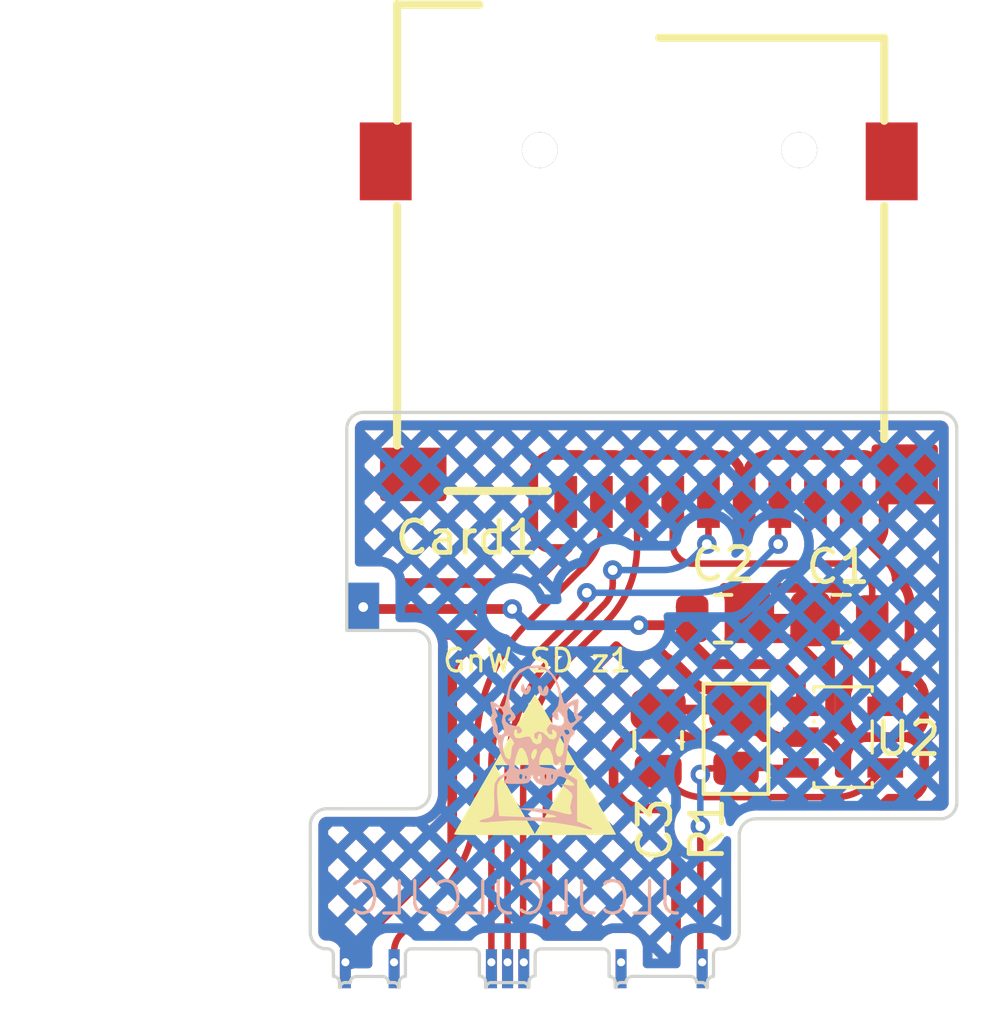
<source format=kicad_pcb>
(kicad_pcb (version 20241229) (generator "pcbnew") (generator_version "9.0")
  (layers (0 "F.Cu" signal) (2 "B.Cu" signal) (13 "F.Paste" user) (15 "B.Paste" user) (5 "F.SilkS" user "F.Silkscreen") (7 "B.SilkS" user "B.Silkscreen") (1 "F.Mask" user) (3 "B.Mask" user) (25 "Edge.Cuts" user))
  (property "REV" "z1")
  (property "TITLE" "GnW SD")
  (property "VERSION" "Zelda")
  (net 0 "")
  (net 2 "Net-(Card1-CMD)")
  (net 3 "Net-(Card1-CD{slash}DAT3)")
  (net 4 "VDD")
  (net 5 "GND")
  (net 6 "Net-(Card1-DAT0)")
  (net 7 "Net-(Card1-CLK)")
  (net 8 "Net-(Card1-VDD)")
  (net 9 "Net-(U2-BP)")
  (net 14 "Net-(U2-EN)")
  (footprint "EasyEDA:SOT-23-5_L3.0-W1.7-P0.95-LS2.8-BR" (layer "F.Cu") (at 146.3 93.65 180)
    (property "Reference" "U2" (at -2 -0.05 0) (layer "F.SilkS"))
    (property "Value" "RT9193-28GB" (hide yes))
    (fp_line (start 0.9 1.41) (end 0.9 1.55) (stroke (width 0.1)) (layer "F.SilkS"))
    (fp_line (start 0.9 0.46) (end 0.9 0.5) (stroke (width 0.1)) (layer "F.SilkS"))
    (fp_line (start 0.9 -0.49) (end 0.9 -0.45) (stroke (width 0.1)) (layer "F.SilkS"))
    (fp_line (start 0.9 -1.55) (end 0.9 -1.4) (stroke (width 0.1)) (layer "F.SilkS"))
    (fp_line (start -0.9 1.55) (end 0.9 1.55) (stroke (width 0.1)) (layer "F.SilkS"))
    (fp_line (start -0.9 1.41) (end -0.9 1.55) (stroke (width 0.1)) (layer "F.SilkS"))
    (fp_line (start -0.9 -0.49) (end -0.9 0.5) (stroke (width 0.1)) (layer "F.SilkS"))
    (fp_line (start -0.9 -1.55) (end 0.9 -1.55) (stroke (width 0.1)) (layer "F.SilkS"))
    (fp_line (start -0.9 -1.55) (end -0.9 -1.4) (stroke (width 0.1)) (layer "F.SilkS"))
    (pad "1" smd rect (at 1.3 0.95 180) (size 1.1 0.6) (layers "F.Cu" "F.Mask" "F.Paste") (net 4 "VDD"))
    (pad "2" smd rect (at 1.3 0 180) (size 1.1 0.6) (layers "F.Cu" "F.Mask" "F.Paste") (net 5 "GND"))
    (pad "3" smd rect (at 1.3 -0.95 180) (size 1.1 0.6) (layers "F.Cu" "F.Mask" "F.Paste") (net 14 "Net-(U2-EN)"))
    (pad "4" smd rect (at -1.3 -0.95 180) (size 1.1 0.6) (layers "F.Cu" "F.Mask" "F.Paste") (net 9 "Net-(U2-BP)"))
    (pad "5" smd rect (at -1.3 0.95 180) (size 1.1 0.6) (layers "F.Cu" "F.Mask" "F.Paste") (net 8 "Net-(Card1-VDD)"))
  )
  (footprint "Capacitor_SMD:C_0805_2012Metric" (layer "F.Cu") (at 146.25 90 180)
    (property "Reference" "C1" (at 0.1 1.6 0) (layer "F.SilkS"))
    (property "Value" "1u")
    (fp_line (start -0.261252 0.735) (end 0.261252 0.735) (stroke (width 0.12)) (layer "F.SilkS"))
    (fp_line (start -0.261252 -0.735) (end 0.261252 -0.735) (stroke (width 0.12)) (layer "F.SilkS"))
    (pad "1" smd roundrect (at -0.95 0 180) (size 1 1.45) (layers "F.Cu" "F.Mask" "F.Paste") (net 8 "Net-(Card1-VDD)"))
    (pad "2" smd roundrect (at 0.95 0 180) (size 1 1.45) (layers "F.Cu" "F.Mask" "F.Paste") (net 5 "GND"))
  )
  (footprint "Capacitor_SMD:C_0805_2012Metric" (layer "F.Cu") (at 142.6 90)
    (property "Reference" "C2" (at 0 -1.68 0) (layer "F.SilkS"))
    (property "Value" "1u")
    (fp_line (start -0.261252 -0.735) (end 0.261252 -0.735) (stroke (width 0.12)) (layer "F.SilkS"))
    (fp_line (start -0.261252 0.735) (end 0.261252 0.735) (stroke (width 0.12)) (layer "F.SilkS"))
    (pad "1" smd roundrect (at -0.95 0) (size 1 1.45) (layers "F.Cu" "F.Mask" "F.Paste") (net 4 "VDD"))
    (pad "2" smd roundrect (at 0.95 0) (size 1 1.45) (layers "F.Cu" "F.Mask" "F.Paste") (net 5 "GND"))
  )
  (footprint "EasyEDA:TF-SMD_TF-15-15" (layer "F.Cu") (at 140.2 81.15 90)
    (property "Reference" "Card1" (at -6.35 -5.5 180) (layer "F.SilkS"))
    (property "Value" "TF-15×15")
    (fp_line (start 10.1 -7.65) (end 6.5 -7.65) (stroke (width 0.25)) (layer "F.SilkS"))
    (fp_line (start 3.88 -7.65) (end -3.51 -7.65) (stroke (width 0.25)) (layer "F.SilkS"))
    (fp_line (start 10.08 -7.62) (end 10.08 -5.11) (stroke (width 0.25)) (layer "F.SilkS"))
    (fp_line (start -4.91 -6.1) (end -4.91 -3) (stroke (width 0.25)) (layer "F.SilkS"))
    (fp_line (start 9.06 0.43) (end 9.06 7.37) (stroke (width 0.25)) (layer "F.SilkS"))
    (fp_line (start 9.06 7.37) (end 6.5 7.37) (stroke (width 0.25)) (layer "F.SilkS"))
    (fp_line (start -3.31 7.37) (end 3.88 7.37) (stroke (width 0.25)) (layer "F.SilkS"))
    (pad "" thru_hole circle (at 5.6 -3.25 90) (size 1.1 1.1) (drill 1.1) (layers "*.Cu" "*.Mask"))
    (pad "" thru_hole circle (at 5.6 4.75 90) (size 1.1 1.1) (drill 1.1) (layers "*.Cu" "*.Mask"))
    (pad "1" smd rect (at -5.25 -2.45 90) (size 1.6 0.7) (layers "F.Cu" "F.Mask" "F.Paste"))
    (pad "2" smd rect (at -5.25 -1.35 90) (size 1.6 0.7) (layers "F.Cu" "F.Mask" "F.Paste") (net 3 "Net-(Card1-CD{slash}DAT3)"))
    (pad "3" smd rect (at -5.25 -0.25 90) (size 1.6 0.7) (layers "F.Cu" "F.Mask" "F.Paste") (net 2 "Net-(Card1-CMD)"))
    (pad "4" smd rect (at -5.25 0.85 90) (size 1.6 0.7) (layers "F.Cu" "F.Mask" "F.Paste") (net 8 "Net-(Card1-VDD)"))
    (pad "5" smd rect (at -5.25 1.95 90) (size 1.6 0.7) (layers "F.Cu" "F.Mask" "F.Paste") (net 7 "Net-(Card1-CLK)"))
    (pad "6" smd rect (at -5.25 3.05 90) (size 1.6 0.7) (layers "F.Cu" "F.Mask" "F.Paste") (net 5 "GND"))
    (pad "7" smd rect (at -5.25 4.15 90) (size 1.6 0.7) (layers "F.Cu" "F.Mask" "F.Paste") (net 6 "Net-(Card1-DAT0)"))
    (pad "8" smd rect (at -5.25 5.25 90) (size 1.6 0.7) (layers "F.Cu" "F.Mask" "F.Paste"))
    (pad "9" smd rect (at -5.25 6.35 90) (size 1.6 0.7) (layers "F.Cu" "F.Mask" "F.Paste"))
    (pad "10" smd rect (at -4.4 8 90) (size 1.6 1.8) (layers "F.Cu" "F.Mask" "F.Paste") (net 5 "GND"))
    (pad "11" smd rect (at 5.25 7.6 90) (size 2.4 1.6) (layers "F.Cu" "F.Mask" "F.Paste"))
    (pad "12" smd rect (at 5.25 -8 90) (size 2.4 1.6) (layers "F.Cu" "F.Mask" "F.Paste"))
    (pad "13" smd rect (at -4.4 -7.15 90) (size 1.4 1.8) (layers "F.Cu" "F.Mask" "F.Paste") (net 5 "GND"))
  )
  (footprint "LOGO" (layer "F.Cu") (at 136.8 94.5)
    (property "Reference" "G***" (hide yes))
    (property "Value" "LOGO" (hide yes))
    (fp_poly (pts (xy 0.013334 -2.155007) (xy 0.043319 -2.107568) (xy 0.08839 -2.033398) (xy 0.146154 -1.936505) (xy 0.214219 -1.820893) (xy 0.290192 -1.690569) (xy 0.350536 -1.58625) (xy 0.443132 -1.425698) (xy 0.540238 -1.257399) (xy 0.63721 -1.089397) (xy 0.729401 -0.92974) (xy 0.812168 -0.786472) (xy 0.880864 -0.667639) (xy 0.89656 -0.640505) (xy 0.961948 -0.527414) (xy 1.022924 -0.421816) (xy 1.075747 -0.330197) (xy 1.116677 -0.259045) (xy 1.141976 -0.214847) (xy 1.144631 -0.210166) (xy 1.171882 -0.162587) (xy 1.212798 -0.091865) (xy 1.260786 -0.009378) (xy 1.289646 0.040031) (xy 1.331652 0.112217) (xy 1.388764 0.210925) (xy 1.456239 0.327923) (xy 1.52933 0.454981) (xy 1.603293 0.583867) (xy 1.624272 0.620488) (xy 1.730808 0.806363) (xy 1.838943 0.994703) (xy 1.945983 1.18084) (xy 2.049234 1.360105) (xy 2.146004 1.52783) (xy 2.233598 1.679347) (xy 2.309323 1.809986) (xy 2.370487 1.91508) (xy 2.413367 1.988218) (xy 2.452853 2.057144) (xy 2.482909 2.113477) (xy 2.498721 2.148039) (xy 2.5 2.153348) (xy 2.480268 2.155979) (xy 2.422145 2.158449) (xy 2.327239 2.160746) (xy 2.197159 2.162859) (xy 2.033512 2.164776) (xy 1.837909 2.166484) (xy 1.611956 2.167972) (xy 1.357263 2.169229) (xy 1.075438 2.170242) (xy 0.768089 2.171) (xy 0.436824 2.17149) (xy 0.083253 2.171702) (xy -0.00214 2.17171) (xy -0.371376 2.17168) (xy -0.702637 2.171574) (xy -0.997949 2.171364) (xy -1.259338 2.171025) (xy -1.48883 2.17053) (xy -1.688449 2.169853) (xy -1.860222 2.168967) (xy -2.006174 2.167846) (xy -2.128332 2.166464) (xy -2.228719 2.164794) (xy -2.309363 2.162809) (xy -2.372288 2.160484) (xy -2.41952 2.157792) (xy -2.453085 2.154707) (xy -2.475008 2.151201) (xy -2.487315 2.14725) (xy -2.492032 2.142826) (xy -2.491843 2.139273) (xy -2.478406 2.112605) (xy -2.448158 2.05708) (xy -2.404331 1.978485) (xy -2.350156 1.882606) (xy -2.288864 1.775232) (xy -2.276659 1.75397) (xy -2.156403 1.544698) (xy -2.053782 1.366174) (xy -1.96651 1.214433) (xy -1.892304 1.085509) (xy -1.828879 0.975435) (xy -1.773952 0.880245) (xy -1.725238 0.795972) (xy -1.680451 0.718651) (xy -1.669954 0.700551) (xy -1.633863 0.63818) (xy -1.580781 0.546233) (xy -1.513662 0.429838) (xy -1.435461 0.29412) (xy -1.349129 0.144205) (xy -1.276182 0.017469) (xy -1.22 0.017469) (xy -1.210417 0.036111) (xy -1.18345 0.084672) (xy -1.141775 0.158435) (xy -1.088067 0.252685) (xy -1.025001 0.362706) (xy -0.967353 0.462819) (xy -0.887356 0.601579) (xy -0.7933 0.764904) (xy -0.691029 0.942637) (xy -0.586385 1.124618) (xy -0.485213 1.300691) (xy -0.40458 1.441134) (xy -0.326231 1.577294) (xy -0.252739 1.704313) (xy -0.186874 1.817457) (xy -0.131408 1.911988) (xy -0.089113 1.983168) (xy -0.062762 2.026263) (xy -0.057227 2.034689) (xy -0.031215 2.078093) (xy -0.02001 2.10924) (xy -0.02 2.109748) (xy -0.009407 2.130144) (xy -0.005 2.130882) (xy 0.007974 2.113935) (xy 0.038492 2.065983) (xy 0.084299 1.990805) (xy 0.143143 1.892182) (xy 0.212772 1.773893) (xy 0.290934 1.639719) (xy 0.375375 1.49344) (xy 0.39 1.467978) (xy 0.487268 1.298545) (xy 0.588773 1.121814) (xy 0.690269 0.945172) (xy 0.787513 0.776002) (xy 0.876258 0.621691) (xy 0.952259 0.489625) (xy 0.995 0.415418) (xy 1.059741 0.302753) (xy 1.117194 0.202161) (xy 1.164528 0.118653) (xy 1.198909 0.057238) (xy 1.217506 0.022925) (xy 1.22 0.017487) (xy 1.200571 0.016157) (xy 1.144571 0.014904) (xy 1.055427 0.013747) (xy 0.936569 0.012707) (xy 0.791424 0.011806) (xy 0.62342 0.011065) (xy 0.435987 0.010504) (xy 0.232552 0.010145) (xy 0.016544 0.010008) (xy 0 0.010007) (xy -0.21681 0.010126) (xy -0.421303 0.010469) (xy -0.61005 0.011014) (xy -0.779623 0.011741) (xy -0.926594 0.012629) (xy -1.047535 0.013656) (xy -1.139016 0.014802) (xy -1.19761 0.016047) (xy -1.219889 0.017368) (xy -1.22 0.017469) (xy -1.276182 0.017469) (xy -1.25762 -0.014781) (xy -1.163889 -0.177712) (xy -1.145225 -0.210166) (xy -1.052544 -0.371221) (xy -0.962446 -0.527584) (xy -0.877707 -0.674451) (xy -0.801105 -0.807015) (xy -0.735417 -0.920471) (xy -0.683421 -1.010013) (xy -0.647895 -1.070835) (xy -0.641994 -1.080852) (xy -0.605683 -1.142759) (xy -0.553367 -1.232574) (xy -0.488983 -1.343505) (xy -0.41647 -1.468759) (xy -0.339765 -1.601544) (xy -0.279346 -1.706344) (xy -0.208 -1.829462) (xy -0.142906 -1.940355) (xy -0.086772 -2.034525) (xy -0.042306 -2.107473) (xy -0.012216 -2.1547) (xy 0.000788 -2.171708) (xy 0.000827 -2.17171)) (fill yes) (layer "F.SilkS"))
  )
  (footprint "Capacitor_SMD:C_0805_2012Metric" (layer "F.Cu") (at 140.6 93.75 90)
    (property "Reference" "C3" (at -2.75 -0.1 90) (layer "F.SilkS"))
    (property "Value" "22n")
    (fp_line (start -0.261252 -0.735) (end 0.261252 -0.735) (stroke (width 0.12)) (layer "F.SilkS"))
    (fp_line (start -0.261252 0.735) (end 0.261252 0.735) (stroke (width 0.12)) (layer "F.SilkS"))
    (pad "1" smd roundrect (at -0.95 0 90) (size 1 1.45) (layers "F.Cu" "F.Mask" "F.Paste") (net 9 "Net-(U2-BP)"))
    (pad "2" smd roundrect (at 0.95 0 90) (size 1 1.45) (layers "F.Cu" "F.Mask" "F.Paste") (net 5 "GND"))
  )
  (footprint "GnW_SD:Board" (layer "F.Cu") (at 129.9075 83.64)
    (property "Reference" "B1" (hide yes))
    (property "Value" "SD Board")
    (fp_poly (pts (xy 13.728675 12.525245) (arc (start 13.700239 12.530132) (mid 13.34102 12.678904) (end 13.192232 13.037956)) (arc (start 13.191382 16.029244) (mid 13.049885 16.380858) (end 12.702764 16.536712)) (arc (start 12.581243 16.537672) (mid 12.452587 16.591418) (end 12.398363 16.722191)) (arc (start 12.399052 17.385783) (mid 12.265915 17.440345) (end 12.210282 17.5739)) (xy 12.210282 17.72731) (arc (start 12.187218 17.72731) (mid 12.142803 17.620743) (end 12.0358 17.57648)) (arc (start 11.878028 17.57648) (mid 11.822263 17.443464) (end 11.6896 17.38887)) (xy 11.6896 17.385808) (xy 9.902407 17.385808) (arc (start 9.892141 17.38887) (mid 9.756893 17.443424) (end 9.701251 17.57643)) (arc (start 9.53926 17.57643) (mid 9.436355 17.620675) (end 9.392077 17.72727)) (xy 9.368872 17.72727) (arc (start 9.368872 17.568278) (mid 9.313217 17.440317) (end 9.180102 17.385739)) (arc (start 9.179354 16.716406) (mid 9.125178 16.593122) (end 8.994962 16.539394)) (xy 8.994962 16.538321) (arc (start 7.093993 16.538321) (mid 6.95344 16.59175) (end 6.899222 16.721969)) (arc (start 6.898052 17.373582) (mid 6.764944 17.428174) (end 6.709291 17.563754)) (xy 6.709802 17.72854) (arc (start 6.686698 17.72854) (mid 6.642306 17.621975) (end 6.53528 17.5777)) (arc (start 5.540159 17.577829) (mid 5.436766 17.622078) (end 5.392488 17.72867)) (xy 5.369282 17.72866) (arc (start 5.369744 17.579612) (mid 5.31477 17.428115) (end 5.181642 17.373532)) (arc (start 5.182011 16.724372) (mid 5.128096 16.59181) (end 4.998846 16.53837)) (arc (start 3.084146 16.53685) (mid 2.953809 16.59064) (end 2.899552 16.721403)) (arc (start 2.899922 17.385654) (mid 2.766786 17.440231) (end 2.711152 17.5738)) (xy 2.711152 17.72721) (arc (start 2.688029 17.72721) (mid 2.643664 17.620631) (end 2.5367 17.57637)) (arc (start 2.378829 17.57637) (mid 2.323227 17.443469) (end 2.189992 17.38877)) (arc (start 1.392801 17.38909) (mid 1.256486 17.443631) (end 1.200853 17.57666)) (arc (start 1.04283 17.57666) (mid 0.935954 17.620917) (end 0.891675 17.72749)) (xy 0.868472 17.72749) (arc (start 0.868472 17.568006) (mid 0.812871 17.440514) (end 0.679702 17.385968)) (arc (start 0.679294 16.721223) (mid 0.625012 16.58743) (end 0.49477 16.533631)) (xy 0.49477 16.533472) (arc (start 0.41496 16.533472) (mid 0.094501 16.366121) (end -0.033855 16.020366)) (arc (start -0.032437 12.723022) (mid 0.115994 12.367336) (end 0.481663 12.217676)) (arc (start 3.143438 12.219996) (mid 3.507733 12.071217) (end 3.656522 11.712)) (arc (start 3.656522 7.23027) (mid 3.503208 6.8589) (end 3.14848 6.721)) (xy 1.091972 6.72124) (arc (start 1.092002 0.507998) (mid 1.240792 0.14879) (end 1.6 0)) (arc (start 19.3919 0) (mid 19.751209 0.148786) (end 19.899996 0.497892)) (arc (start 19.900622 12.021972) (mid 19.75183 12.381221) (end 19.462096 12.525245))) (stroke (width 0.1)) (fill no) (layer "Edge.Cuts"))
    (pad "0" thru_hole rect (at 1.6 6 90) (size 1.503486 0.985986) (drill 0.3) (property pad_prop_castellated) (layers "*.Cu" "*.Mask") (net 4 "VDD"))
    (pad "1" thru_hole rect (at 1.05 16.95 90) (size 1.202442 0.338246) (drill 0.25 (offset -0.2 0)) (property pad_prop_castellated) (layers "*.Cu" "*.Mask") (net 5 "GND") (clearance 0))
    (pad "2" thru_hole rect (at 2.55 16.95 90) (size 1.202442 0.338246) (drill 0.25 (offset -0.2 0)) (property pad_prop_castellated) (layers "*.Cu" "*.Mask") (net 3 "Net-(Card1-CD{slash}DAT3)") (clearance 0))
    (pad "3" thru_hole rect (at 5.55 16.95 90) (size 1.202442 0.338246) (drill 0.25 (offset -0.2 0)) (property pad_prop_castellated) (layers "*.Cu" "*.Mask") (net 6 "Net-(Card1-DAT0)") (clearance 0))
    (pad "4" thru_hole rect (at 6.05 16.95 90) (size 1.202442 0.338246) (drill 0.25 (offset -0.2 0)) (property pad_prop_castellated) (layers "*.Cu" "*.Mask") (net 7 "Net-(Card1-CLK)") (clearance 0))
    (pad "5" thru_hole rect (at 6.55 16.95 90) (size 1.202442 0.338246) (drill 0.25 (offset -0.2 0)) (property pad_prop_castellated) (layers "*.Cu" "*.Mask") (net 2 "Net-(Card1-CMD)") (clearance 0))
    (pad "6" thru_hole rect (at 9.55 16.95 90) (size 1.202442 0.338246) (drill 0.25 (offset -0.2 0)) (property pad_prop_castellated) (layers "*.Cu" "*.Mask") (clearance 0))
    (pad "7" thru_hole rect (at 12.05 16.95 90) (size 1.202442 0.338246) (drill 0.25 (offset -0.2 0)) (property pad_prop_castellated) (layers "*.Cu" "*.Mask") (net 14 "Net-(U2-EN)") (clearance 0))
  )
  (footprint "PCM_Resistor_SMD_AKL:R_0805_2012Metric" (layer "F.Cu") (at 143 93.7 90)
    (property "Reference" "R1" (at -2.8 -0.9 90) (layer "F.SilkS"))
    (property "Value" "100k" (hide yes))
    (fp_line (start 1.7 -1) (end -1.7 -1) (stroke (width 0.12)) (layer "F.SilkS"))
    (fp_line (start -1.7 -1) (end -1.7 1) (stroke (width 0.12)) (layer "F.SilkS"))
    (fp_line (start 1.7 1) (end 1.7 -1) (stroke (width 0.12)) (layer "F.SilkS"))
    (fp_line (start -1.7 1) (end 1.7 1) (stroke (width 0.12)) (layer "F.SilkS"))
    (pad "1" smd roundrect (at -0.9125 0 90) (size 1.025 1.4) (layers "F.Cu" "F.Mask" "F.Paste") (roundrect_rratio 0.243902) (net 14 "Net-(U2-EN)"))
    (pad "2" smd roundrect (at 0.9125 0 90) (size 1.025 1.4) (layers "F.Cu" "F.Mask" "F.Paste") (roundrect_rratio 0.243902) (net 5 "GND"))
  )
  (footprint "qwindelzorf:qwindelzorf_1520" (layer "B.Cu") (at 143.866346 83.748013 180)
    (property "Reference" "Q**" (hide yes))
    (property "Value" "Qwindelzorf" (hide yes))
    (fp_poly (pts (xy 7.459942 -8.270493) (xy 7.486734 -8.326759) (xy 7.496257 -8.459979) (xy 7.433891 -8.563158) (xy 7.335579 -8.598305) (xy 7.264352 -8.561817) (xy 7.194731 -8.447009) (xy 7.192691 -8.343485) (xy 7.250359 -8.304633) (xy 7.310935 -8.360668) (xy 7.324646 -8.422851) (xy 7.34184 -8.468755) (xy 7.379676 -8.382605) (xy 7.3829 -8.372186) (xy 7.424796 -8.260974)) (fill yes) (layer "B.SilkS"))
    (fp_poly (pts (xy 6.979741 -8.356063) (xy 6.980147 -8.366661) (xy 6.941279 -8.53117) (xy 6.847363 -8.62784) (xy 6.732431 -8.629848) (xy 6.687416 -8.597363) (xy 6.647137 -8.49998) (xy 6.649876 -8.380297) (xy 6.691484 -8.307492) (xy 6.704981 -8.304633) (xy 6.77257 -8.360278) (xy 6.798474 -8.422851) (xy 6.824148 -8.506106) (xy 6.834732 -8.458135) (xy 6.837204 -8.422851) (xy 6.875749 -8.331757) (xy 6.940881 -8.302568)) (fill yes) (layer "B.SilkS"))
    (fp_poly (pts (xy 7.294479 -7.712024) (xy 7.546019 -7.820928) (xy 7.734256 -8.027344) (xy 7.870391 -8.343029) (xy 7.95704 -8.72684) (xy 7.998663 -8.907942) (xy 8.060969 -8.969002) (xy 8.174017 -8.924759) (xy 8.252994 -8.871945) (xy 8.391126 -8.796679) (xy 8.444888 -8.826533) (xy 8.417304 -8.963968) (xy 8.405586 -8.995995) (xy 8.377672 -9.168957) (xy 8.409954 -9.234547) (xy 8.440578 -9.349398) (xy 8.405263 -9.440891) (xy 8.361108 -9.589286) (xy 8.368303 -9.673757) (xy 8.35301 -9.790124) (xy 8.300508 -9.855805) (xy 8.218469 -9.98801) (xy 8.196103 -10.109743) (xy 8.170371 -10.270357) (xy 8.106694 -10.456868) (xy 8.025352 -10.623538) (xy 7.946623 -10.724628) (xy 7.918194 -10.736547) (xy 7.859507 -10.780102) (xy 7.873751 -10.876935) (xy 7.947642 -10.976299) (xy 7.988176 -11.003941) (xy 8.202535 -11.155705) (xy 8.307834 -11.342971) (xy 8.327943 -11.608126) (xy 8.316445 -11.93587) (xy 8.321935 -12.153698) (xy 8.350883 -12.286389) (xy 8.409762 -12.358725) (xy 8.505042 -12.395486) (xy 8.535275 -12.402014) (xy 8.721169 -12.451868) (xy 8.782691 -12.495322) (xy 8.730562 -12.524207) (xy 8.575506 -12.530357) (xy 8.38839 -12.51391) (xy 7.778155 -12.470629) (xy 7.105349 -12.481483) (xy 6.423174 -12.542479) (xy 5.784833 -12.649625) (xy 5.443312 -12.734892) (xy 5.326884 -12.753975) (xy 5.291317 -12.738151) (xy 5.347191 -12.688572) (xy 5.485678 -12.616844) (xy 5.527753 -12.598613) (xy 5.764189 -12.499824) (xy 5.764189 -11.858441) (xy 5.764189 -11.35459) (xy 5.859299 -11.35459) (xy 5.863286 -11.401841) (xy 5.97491 -11.399778) (xy 6.040786 -11.388158) (xy 6.270838 -11.343148) (xy 6.068179 -11.506469) (xy 5.939045 -11.624406) (xy 5.901844 -11.723066) (xy 5.93672 -11.859052) (xy 5.940735 -11.869805) (xy 5.979847 -12.074964) (xy 5.954267 -12.180046) (xy 5.92908 -12.257635) (xy 5.978961 -12.286152) (xy 6.120449 -12.265898) (xy 6.370081 -12.197178) (xy 6.399793 -12.188209) (xy 6.654207 -12.13453) (xy 6.963051 -12.101475) (xy 7.176654 -12.095846) (xy 7.621901 -12.104081) (xy 7.094303 -12.1929) (xy 6.729012 -12.258057) (xy 6.496494 -12.308668) (xy 6.397085 -12.345396) (xy 6.431121 -12.368909) (xy 6.598935 -12.379871) (xy 6.900862 -12.378948) (xy 7.184317 -12.37183) (xy 7.531061 -12.360623) (xy 7.824787 -12.350057) (xy 8.041494 -12.341081) (xy 8.157184 -12.334641) (xy 8.169872 -12.332927) (xy 8.178489 -12.266591) (xy 8.194277 -12.099669) (xy 8.214041 -11.866281) (xy 8.21691 -11.83066) (xy 8.233399 -11.566891) (xy 8.227027 -11.399503) (xy 8.191966 -11.290845) (xy 8.122387 -11.20327) (xy 8.119294 -11.200163) (xy 8.002708 -11.112731) (xy 7.937333 -11.110292) (xy 7.950924 -11.183813) (xy 7.992089 -11.241563) (xy 8.023362 -11.297759) (xy 7.984012 -11.328945) (xy 7.851176 -11.342161) (xy 7.657625 -11.344526) (xy 7.423864 -11.33941) (xy 7.291217 -11.316828) (xy 7.225853 -11.26593) (xy 7.199265 -11.197512) (xy 7.184714 -11.141866) (xy 7.317912 -11.141866) (xy 7.342629 -11.19747) (xy 7.362947 -11.186901) (xy 7.371032 -11.106732) (xy 7.368885 -11.104103) (xy 7.453018 -11.104103) (xy 7.475281 -11.201706) (xy 7.533775 -11.172447) (xy 7.551463 -11.146534) (xy 7.542992 -11.059773) (xy 7.521673 -11.041217) (xy 7.462926 -11.055894) (xy 7.453018 -11.104103) (xy 7.368885 -11.104103) (xy 7.362947 -11.096831) (xy 7.322787 -11.106104) (xy 7.317912 -11.141866) (xy 7.184714 -11.141866) (xy 7.16082 -11.050499) (xy 7.107816 -11.193784) (xy 7.002277 -11.315618) (xy 6.828123 -11.38678) (xy 6.63936 -11.397446) (xy 6.489992 -11.337789) (xy 6.46512 -11.310716) (xy 6.383844 -11.184159) (xy 6.35474 -11.123357) (xy 6.290232 -11.107872) (xy 6.16122 -11.148726) (xy 6.013664 -11.224469) (xy 5.893523 -11.31365) (xy 5.859299 -11.35459) (xy 5.764189 -11.35459) (xy 5.764189 -11.217058) (xy 5.958716 -11.10246) (xy 6.512608 -11.10246) (xy 6.525028 -11.190078) (xy 6.548088 -11.191124) (xy 6.563902 -11.10246) (xy 6.715267 -11.10246) (xy 6.727687 -11.190078) (xy 6.750747 -11.191124) (xy 6.759533 -11.141866) (xy 6.912594 -11.141866) (xy 6.93731 -11.19747) (xy 6.957629 -11.186901) (xy 6.965714 -11.106732) (xy 6.957629 -11.096831) (xy 6.917469 -11.106104) (xy 6.912594 -11.141866) (xy 6.759533 -11.141866) (xy 6.766874 -11.100711) (xy 6.756081 -11.061647) (xy 6.726085 -11.036059) (xy 6.715267 -11.10246) (xy 6.563902 -11.10246) (xy 6.564214 -11.100711) (xy 6.553421 -11.061647) (xy 6.523425 -11.036059) (xy 6.512608 -11.10246) (xy 5.958716 -11.10246) (xy 5.971345 -11.09502) (xy 6.111525 -10.990303) (xy 6.15062 -10.880101) (xy 6.139905 -10.8041) (xy 6.13382 -10.771138) (xy 6.250895 -10.771138) (xy 6.304961 -10.867099) (xy 6.400786 -10.9062) (xy 6.43155 -10.898258) (xy 6.578536 -10.860415) (xy 6.743711 -10.843711) (xy 6.88942 -10.814764) (xy 6.915099 -10.783389) (xy 7.256871 -10.783389) (xy 7.297125 -10.855454) (xy 7.419969 -10.884482) (xy 7.428144 -10.885523) (xy 7.606907 -10.888456) (xy 7.688856 -10.824636) (xy 7.688454 -10.672725) (xy 7.65876 -10.545333) (xy 7.599841 -10.365804) (xy 7.542087 -10.249628) (xy 7.52639 -10.233494) (xy 7.438472 -10.244769) (xy 7.352179 -10.361998) (xy 7.285773 -10.557057) (xy 7.272881 -10.623932) (xy 7.256871 -10.783389) (xy 6.915099 -10.783389) (xy 6.939615 -10.753435) (xy 6.928715 -10.61538) (xy 6.922727 -10.538713) (xy 6.868217 -10.387537) (xy 6.848016 -10.360487) (xy 7.0028 -10.360487) (xy 7.037899 -10.486301) (xy 7.093564 -10.584465) (xy 7.123131 -10.601441) (xy 7.172119 -10.544967) (xy 7.182806 -10.470321) (xy 7.150128 -10.34991) (xy 7.078655 -10.271744) (xy 7.012108 -10.276748) (xy 7.0028 -10.360487) (xy 6.848016 -10.360487) (xy 6.798947 -10.294785) (xy 6.706 -10.218904) (xy 6.639961 -10.247125) (xy 6.596288 -10.302871) (xy 6.522226 -10.47209) (xy 6.507274 -10.576589) (xy 6.481586 -10.71049) (xy 6.424285 -10.776108) (xy 6.365023 -10.745792) (xy 6.35341 -10.720079) (xy 6.300576 -10.666883) (xy 6.278497 -10.676213) (xy 6.250895 -10.771138) (xy 6.13382 -10.771138) (xy 6.109389 -10.638793) (xy 6.074764 -10.406346) (xy 6.057787 -10.274579) (xy 6.016549 -10.059378) (xy 6.172016 -10.059378) (xy 6.17482 -10.235616) (xy 6.200456 -10.395639) (xy 6.211608 -10.429888) (xy 6.286897 -10.511123) (xy 6.375135 -10.482538) (xy 6.428815 -10.370951) (xy 6.421565 -10.23409) (xy 6.372956 -10.067948) (xy 6.303563 -9.925269) (xy 6.233962 -9.858802) (xy 6.228866 -9.858356) (xy 6.190535 -9.916949) (xy 6.172016 -10.059378) (xy 6.016549 -10.059378) (xy 6.016189 -10.057499) (xy 5.958372 -9.913411) (xy 5.923004 -9.878922) (xy 5.846658 -9.804719) (xy 5.841016 -9.73098) (xy 6.004582 -9.73098) (xy 6.007148 -9.801357) (xy 6.078767 -9.829789) (xy 6.121965 -9.797815) (xy 6.163632 -9.711408) (xy 6.152611 -9.683835) (xy 6.07087 -9.670123) (xy 6.004582 -9.73098) (xy 5.841016 -9.73098) (xy 5.839346 -9.709153) (xy 5.903755 -9.656189) (xy 5.913632 -9.655697) (xy 5.917253 -9.618013) (xy 5.834595 -9.522129) (xy 5.761638 -9.455782) (xy 5.670318 -9.371457) (xy 5.799084 -9.371457) (xy 5.878662 -9.443219) (xy 5.969316 -9.470761) (xy 5.99192 -9.443394) (xy 6.170373 -9.443394) (xy 6.234464 -9.53697) (xy 6.357385 -9.554082) (xy 6.427976 -9.526876) (xy 6.568691 -9.498404) (xy 6.632032 -9.537263) (xy 6.705704 -9.672029) (xy 6.659985 -9.784109) (xy 6.601083 -9.818118) (xy 6.52397 -9.823689) (xy 6.533576 -9.752148) (xy 6.535722 -9.672482) (xy 6.490432 -9.672538) (xy 6.400016 -9.757597) (xy 6.394682 -9.879455) (xy 6.476681 -9.970195) (xy 6.48051 -9.971724) (xy 6.610635 -9.960619) (xy 6.696402 -9.87019) (xy 6.823815 -9.755934) (xy 6.968825 -9.726113) (xy 7.080928 -9.790278) (xy 7.085114 -9.796689) (xy 7.085066 -9.901819) (xy 7.055324 -9.945306) (xy 6.994135 -9.975805) (xy 6.980147 -9.905643) (xy 6.947459 -9.807392) (xy 6.912594 -9.790803) (xy 6.859785 -9.844668) (xy 6.846521 -9.960337) (xy 6.878101 -10.068918) (xy 6.890076 -10.083533) (xy 7.010635 -10.129382) (xy 7.105896 -10.078279) (xy 7.706636 -10.078279) (xy 7.716814 -10.128382) (xy 7.720077 -10.128569) (xy 7.766809 -10.187943) (xy 7.790172 -10.333942) (xy 7.790784 -10.365004) (xy 7.813368 -10.540602) (xy 7.873131 -10.596234) (xy 7.958095 -10.525575) (xy 7.991067 -10.470775) (xy 8.048586 -10.285391) (xy 8.054937 -10.08118) (xy 8.011563 -9.917525) (xy 7.976556 -9.87322) (xy 7.887297 -9.855294) (xy 7.780339 -9.953652) (xy 7.770742 -9.966278) (xy 7.706636 -10.078279) (xy 7.105896 -10.078279) (xy 7.123578 -10.068793) (xy 7.164656 -9.988016) (xy 7.22622 -9.886126) (xy 7.344103 -9.891012) (xy 7.547255 -9.93982) (xy 7.658092 -9.923589) (xy 7.706165 -9.835607) (xy 7.711009 -9.807691) (xy 7.699693 -9.690161) (xy 7.684198 -9.677828) (xy 8.013844 -9.677828) (xy 8.022054 -9.767923) (xy 8.095184 -9.840502) (xy 8.178005 -9.81707) (xy 8.212502 -9.718532) (xy 8.210206 -9.700118) (xy 8.224543 -9.551713) (xy 8.260331 -9.459251) (xy 8.294817 -9.343809) (xy 8.25343 -9.303263) (xy 8.211568 -9.248788) (xy 8.256346 -9.12893) (xy 8.301891 -9.016934) (xy 8.264772 -8.981066) (xy 8.245767 -8.980165) (xy 8.101044 -9.031422) (xy 8.041354 -9.154704) (xy 8.066536 -9.260726) (xy 8.092289 -9.436787) (xy 8.058172 -9.525869) (xy 8.013844 -9.677828) (xy 7.684198 -9.677828) (xy 7.65639 -9.655697) (xy 7.611677 -9.696805) (xy 7.621901 -9.72325) (xy 7.605688 -9.780337) (xy 7.553382 -9.790803) (xy 7.469269 -9.742141) (xy 7.466421 -9.672585) (xy 7.546123 -9.576661) (xy 7.683215 -9.554367) (xy 7.854283 -9.515705) (xy 7.963021 -9.421576) (xy 7.982413 -9.304766) (xy 7.942387 -9.239852) (xy 7.847965 -9.19665) (xy 7.808799 -9.213464) (xy 7.809932 -9.280236) (xy 7.84187 -9.299172) (xy 7.897747 -9.360764) (xy 7.890372 -9.388303) (xy 7.808924 -9.421437) (xy 7.708552 -9.379255) (xy 7.655868 -9.291021) (xy 7.655678 -9.285198) (xy 7.70303 -9.17335) (xy 7.757008 -9.115271) (xy 7.828685 -8.981317) (xy 7.855941 -8.766712) (xy 7.839157 -8.518267) (xy 7.778712 -8.282793) (xy 7.749715 -8.216837) (xy 7.552538 -7.945644) (xy 7.301212 -7.793582) (xy 7.010209 -7.766063) (xy 6.747886 -7.842149) (xy 6.570786 -7.982346) (xy 6.433826 -8.200696) (xy 6.346416 -8.459056) (xy 6.317966 -8.719285) (xy 6.357888 -8.943243) (xy 6.444877 -9.070235) (xy 6.537238 -9.175061) (xy 6.522603 -9.263476) (xy 6.504159 -9.287908) (xy 6.395873 -9.377687) (xy 6.333797 -9.356794) (xy 6.343583 -9.234019) (xy 6.368245 -9.130832) (xy 6.32727 -9.137848) (xy 6.280583 -9.174737) (xy 6.180587 -9.310326) (xy 6.170373 -9.443394) (xy 5.99192 -9.443394) (xy 6.025005 -9.403336) (xy 6.05473 -9.307744) (xy 6.070283 -9.099887) (xy 6.029571 -9.00812) (xy 5.923047 -8.920832) (xy 5.859661 -8.93941) (xy 5.866548 -9.05096) (xy 5.869595 -9.203967) (xy 5.833578 -9.281943) (xy 5.799084 -9.371457) (xy 5.670318 -9.371457) (xy 5.628585 -9.332921) (xy 5.596003 -9.271234) (xy 5.654597 -9.253123) (xy 5.654605 -9.253123) (xy 5.733349 -9.233419) (xy 5.757623 -9.154981) (xy 5.738493 -8.981694) (xy 5.738248 -8.980165) (xy 5.714931 -8.795265) (xy 5.74114 -8.724523) (xy 5.842044 -8.749202) (xy 5.96582 -8.81075) (xy 6.101629 -8.872516) (xy 6.164011 -8.862438) (xy 6.191679 -8.793861) (xy 6.226668 -8.660187) (xy 6.279753 -8.456793) (xy 6.306678 -8.353489) (xy 6.431291 -8.061574) (xy 6.622059 -7.837718) (xy 6.852059 -7.70896) (xy 6.968442 -7.688875)) (fill yes) (layer "B.SilkS"))
  )
  (gr_text "${TITLE} ${REV}" (at 133.9 91.7 0) (layer "F.SilkS") (effects (font (size 0.7 0.7) (thickness 0.1)) (justify left bottom)))
  (gr_text "JLCJLCJLCJLC" (at 141.4 99.2 0) (layer "B.SilkS") (effects (font (size 1 1) (thickness 0.1)) (justify left bottom mirror)))
  (segment (start 138.977727 90.122271) (end 138.031249 91.06875) (width 0.2) (layer "F.Cu") (net 2))
  (segment (start 136.437457 100.555784) (end 136.437457 94.916506) (width 0.2) (layer "F.Cu") (net 2))
  (segment (start 139.95 87.775) (end 139.95 86.4) (width 0.2) (layer "F.Cu") (net 2))
  (segment (start 136.447478 100.579978) (end 136.4575 100.59) (width 0.2) (layer "F.Cu") (net 2))
  (arc (start 139.95 87.775) (mid 139.697314 89.045334) (end 138.977727 90.122271) (width 0.2) (layer "F.Cu") (net 2))
  (arc (start 136.437457 100.555784) (mid 136.440061 100.568877) (end 136.447478 100.579978) (width 0.2) (layer "F.Cu") (net 2))
  (arc (start 138.031249 91.06875) (mid 136.85167 92.834115) (end 136.437457 94.916506) (width 0.2) (layer "F.Cu") (net 2))
  (segment (start 138.85 87.125) (end 138.85 86.4) (width 0.2) (layer "F.Cu") (net 3))
  (segment (start 132.474293 101.025706) (end 132.5 101) (width 0.2) (layer "F.Cu") (net 3))
  (segment (start 135 93.953963) (end 135 95.602181) (width 0.2) (layer "F.Cu") (net 3))
  (segment (start 138.337347 88.362652) (end 136.593792 90.106207) (width 0.2) (layer "F.Cu") (net 3))
  (segment (start 132.4575 101.06625) (end 132.4575 101.09) (width 0.2) (layer "F.Cu") (net 3))
  (segment (start 132.4575 100.26625) (end 132.4575 100.59) (width 0.2) (layer "F.Cu") (net 3))
  (segment (start 132.686425 99.713574) (end 133.72875 98.67125) (width 0.2) (layer "F.Cu") (net 3))
  (arc (start 138.85 87.125) (mid 138.716765 87.794812) (end 138.337347 88.362652) (width 0.2) (layer "F.Cu") (net 3))
  (arc (start 132.474293 101.025706) (mid 132.461864 101.044307) (end 132.4575 101.06625) (width 0.2) (layer "F.Cu") (net 3))
  (arc (start 136.593792 90.106207) (mid 135.414213 91.871572) (end 135 93.953963) (width 0.2) (layer "F.Cu") (net 3))
  (arc (start 135 95.602181) (mid 134.669612 97.263149) (end 133.72875 98.67125) (width 0.2) (layer "F.Cu") (net 3))
  (arc (start 132.686425 99.713574) (mid 132.516995 99.967143) (end 132.4575 100.26625) (width 0.2) (layer "F.Cu") (net 3))
  (segment (start 145 92.7) (end 145 92) (width 0.3) (layer "F.Cu") (net 4))
  (segment (start 142.3 91.4) (end 141.65 90.75) (width 0.3) (layer "F.Cu") (net 4))
  (segment (start 141.65 90) (end 141.29 89.64) (width 0.3) (layer "F.Cu") (net 4))
  (segment (start 145 92) (end 144.4 91.4) (width 0.3) (layer "F.Cu") (net 4))
  (segment (start 140 90.2) (end 141.45 90.2) (width 0.3) (layer "F.Cu") (net 4))
  (segment (start 131.5675 89.7) (end 131.5075 89.64) (width 0.3) (layer "F.Cu") (net 4))
  (segment (start 136.1 89.7) (end 131.5675 89.7) (width 0.3) (layer "F.Cu") (net 4))
  (segment (start 141.65 90.75) (end 141.65 90) (width 0.3) (layer "F.Cu") (net 4))
  (segment (start 141.45 90.2) (end 141.65 90) (width 0.3) (layer "F.Cu") (net 4))
  (segment (start 144.4 91.4) (end 142.3 91.4) (width 0.3) (layer "F.Cu") (net 4))
  (via (at 136.1 89.7) (size 0.6) (drill 0.3) (layers "F.Cu" "B.Cu") (net 4))
  (via (at 140 90.2) (size 0.6) (drill 0.3) (layers "F.Cu" "B.Cu") (net 4))
  (segment (start 136.1 89.7) (end 136.6 90.2) (width 0.3) (layer "B.Cu") (net 4))
  (segment (start 136.6 90.2) (end 140 90.2) (width 0.3) (layer "B.Cu") (net 4))
  (segment (start 145.901 93.351) (end 145.901 90.601) (width 0.3) (layer "F.Cu") (net 5))
  (segment (start 140.6 92.8) (end 142.9875 92.8) (width 0.3) (layer "F.Cu") (net 5))
  (segment (start 145.3 90) (end 143.55 90) (width 0.3) (layer "F.Cu") (net 5))
  (segment (start 143.8625 93.65) (end 145 93.65) (width 0.3) (layer "F.Cu") (net 5))
  (segment (start 145.602 93.65) (end 145.901 93.351) (width 0.3) (layer "F.Cu") (net 5))
  (segment (start 143 92.7875) (end 143.8625 93.65) (width 0.3) (layer "F.Cu") (net 5))
  (segment (start 145.901 90.601) (end 145.3 90) (width 0.3) (layer "F.Cu") (net 5))
  (segment (start 145 93.65) (end 145.602 93.65) (width 0.3) (layer "F.Cu") (net 5))
  (segment (start 142.9875 92.8) (end 143 92.7875) (width 0.3) (layer "F.Cu") (net 5))
  (segment (start 144.3 87.7) (end 144.3 86.485355) (width 0.2) (layer "F.Cu") (net 6))
  (segment (start 138.282302 89.650597) (end 136.92875 91.00415) (width 0.2) (layer "F.Cu") (net 6))
  (segment (start 138.4 89.36645) (end 138.4 89.2) (width 0.2) (layer "F.Cu") (net 6))
  (segment (start 144.325 86.425) (end 144.35 86.4) (width 0.2) (layer "F.Cu") (net 6))
  (segment (start 135.4575 94.556061) (end 135.4575 100.59) (width 0.2) (layer "F.Cu") (net 6))
  (via (at 144.3 87.7) (size 0.6) (drill 0.3) (layers "F.Cu" "B.Cu") (net 6))
  (via (at 138.4 89.2) (size 0.6) (drill 0.3) (layers "F.Cu" "B.Cu") (net 6))
  (arc (start 144.325 86.425) (mid 144.306497 86.452691) (end 144.3 86.485355) (width 0.2) (layer "F.Cu") (net 6))
  (arc (start 136.92875 91.00415) (mid 135.839865 92.63378) (end 135.4575 94.556061) (width 0.2) (layer "F.Cu") (net 6))
  (arc (start 138.4 89.36645) (mid 138.369411 89.520229) (end 138.282302 89.650597) (width 0.2) (layer "F.Cu") (net 6))
  (segment (start 141.739339 89.2) (end 138.4 89.2) (width 0.2) (layer "B.Cu") (net 6))
  (segment (start 144.3 87.7) (end 143.55 88.45) (width 0.2) (layer "B.Cu") (net 6))
  (arc (start 143.55 88.45) (mid 142.719261 89.005081) (end 141.739339 89.2) (width 0.2) (layer "B.Cu") (net 6))
  (segment (start 139.2 88.9) (end 139.2 88.5) (width 0.2) (layer "F.Cu") (net 7))
  (segment (start 142.15 87.714644) (end 142.15 86.4) (width 0.2) (layer "F.Cu") (net 7))
  (segment (start 135.9575 94.796463) (end 135.9575 100.59) (width 0.2) (layer "F.Cu") (net 7))
  (segment (start 138.917157 89.582842) (end 137.551292 90.948707) (width 0.2) (layer "F.Cu") (net 7))
  (segment (start 142.1 87.7) (end 142.1 87.764644) (width 0.2) (layer "F.Cu") (net 7))
  (via (at 139.2 88.5) (size 0.6) (drill 0.3) (layers "F.Cu" "B.Cu") (net 7))
  (via (at 142.1 87.7) (size 0.6) (drill 0.3) (layers "F.Cu" "B.Cu") (net 7))
  (arc (start 142.1 87.764644) (mid 142.10904 87.778174) (end 142.125 87.775) (width 0.2) (layer "F.Cu") (net 7))
  (arc (start 142.15 87.714644) (mid 142.143502 87.747308) (end 142.125 87.775) (width 0.2) (layer "F.Cu") (net 7))
  (arc (start 137.551292 90.948707) (mid 136.371713 92.714072) (end 135.9575 94.796463) (width 0.2) (layer "F.Cu") (net 7))
  (arc (start 139.2 88.9) (mid 139.126491 89.269551) (end 138.917157 89.582842) (width 0.2) (layer "F.Cu") (net 7))
  (segment (start 140.734314 88.5) (end 139.2 88.5) (width 0.2) (layer "B.Cu") (net 7))
  (segment (start 142.1 87.7) (end 141.7 88.1) (width 0.2) (layer "B.Cu") (net 7))
  (arc (start 141.7 88.1) (mid 141.256939 88.396043) (end 140.734314 88.5) (width 0.2) (layer "B.Cu") (net 7))
  (segment (start 141.05 87.702512) (end 141.05 86.4) (width 0.2) (layer "F.Cu") (net 8))
  (segment (start 147.2 90) (end 147.2 92.017157) (width 0.2) (layer "F.Cu") (net 8))
  (segment (start 147.2 89.153553) (end 147.2 90) (width 0.2) (layer "F.Cu") (net 8))
  (segment (start 147.4 92.5) (end 147.6 92.7) (width 0.2) (layer "F.Cu") (net 8))
  (segment (start 146.346446 88.3) (end 141.647487 88.3) (width 0.2) (layer "F.Cu") (net 8))
  (arc (start 147.2 92.017157) (mid 147.251978 92.278469) (end 147.4 92.5) (width 0.2) (layer "F.Cu") (net 8))
  (arc (start 146.95 88.55) (mid 147.135027 88.826912) (end 147.2 89.153553) (width 0.2) (layer "F.Cu") (net 8))
  (arc (start 141.225 88.125) (mid 141.418838 88.254518) (end 141.647487 88.3) (width 0.2) (layer "F.Cu") (net 8))
  (arc (start 146.95 88.55) (mid 146.673087 88.364972) (end 146.346446 88.3) (width 0.2) (layer "F.Cu") (net 8))
  (arc (start 141.05 87.702512) (mid 141.095481 87.93116) (end 141.225 88.125) (width 0.2) (layer "F.Cu") (net 8))
  (segment (start 141.965685 95.5) (end 143.4 95.5) (width 0.2) (layer "F.Cu") (net 9))
  (segment (start 143.4 95.5) (end 146.063603 95.5) (width 0.2) (layer "F.Cu") (net 9))
  (segment (start 143.4 95.5) (end 143.5 95.5) (width 0.2) (layer "F.Cu") (net 9))
  (segment (start 147.15 95.05) (end 147.6 94.6) (width 0.2) (layer "F.Cu") (net 9))
  (segment (start 141 95.1) (end 140.6 94.7) (width 0.2) (layer "F.Cu") (net 9))
  (arc (start 147.15 95.05) (mid 146.651556 95.383048) (end 146.063603 95.5) (width 0.2) (layer "F.Cu") (net 9))
  (arc (start 141 95.1) (mid 141.44306 95.396043) (end 141.965685 95.5) (width 0.2) (layer "F.Cu") (net 9))
  (segment (start 141.9 100.491841) (end 141.9 96.4) (width 0.2) (layer "F.Cu") (net 14))
  (segment (start 141.9 94.8) (end 141.99375 94.70625) (width 0.2) (layer "F.Cu") (net 14))
  (segment (start 141.92875 100.56125) (end 141.9575 100.59) (width 0.2) (layer "F.Cu") (net 14))
  (segment (start 142.220082 94.6125) (end 142.991161 94.6125) (width 0.2) (layer "F.Cu") (net 14))
  (segment (start 143.021338 94.6) (end 145 94.6) (width 0.2) (layer "F.Cu") (net 14))
  (via (at 141.9 96.4) (size 0.6) (drill 0.3) (layers "F.Cu" "B.Cu") (net 14))
  (via (at 141.9 94.8) (size 0.6) (drill 0.3) (layers "F.Cu" "B.Cu") (net 14))
  (arc (start 142.220082 94.6125) (mid 142.097592 94.636864) (end 141.99375 94.70625) (width 0.2) (layer "F.Cu") (net 14))
  (arc (start 141.9 100.491841) (mid 141.907471 100.529404) (end 141.92875 100.56125) (width 0.2) (layer "F.Cu") (net 14))
  (arc (start 143.021338 94.6) (mid 143.013172 94.601624) (end 143.00625 94.60625) (width 0.2) (layer "F.Cu") (net 14))
  (arc (start 143.00625 94.60625) (mid 142.999327 94.610875) (end 142.991161 94.6125) (width 0.2) (layer "F.Cu") (net 14))
  (segment (start 141.9575 100.59) (end 141.9 100.5325) (width 0.2) (layer "B.Cu") (net 14))
  (segment (start 141.9 94.8) (end 141.9 96.4) (width 0.2) (layer "B.Cu") (net 14))
  (zone (net 5) (net_name "GND") (layers "F.Cu" "B.Cu") (name "Gnd Fill") (connect_pads yes (clearance 0.5)) (min_thickness 0.25) (fill yes (mode hatch) (thermal_gap 0.5) (thermal_bridge_width 0.5) (smoothing fillet) (radius 0.25) (island_removal_mode 2) (island_area_min 10) (hatch_thickness 0.3) (hatch_gap 0.5) (hatch_orientation 45) (hatch_border_algorithm hatch_thickness) (hatch_min_hole_area 0.3))
    (polygon (pts (xy 129.1 82.7) (xy 129 102.5) (xy 151.179889 102.5) (xy 151.079918 82.605641)))
  )
)
</source>
